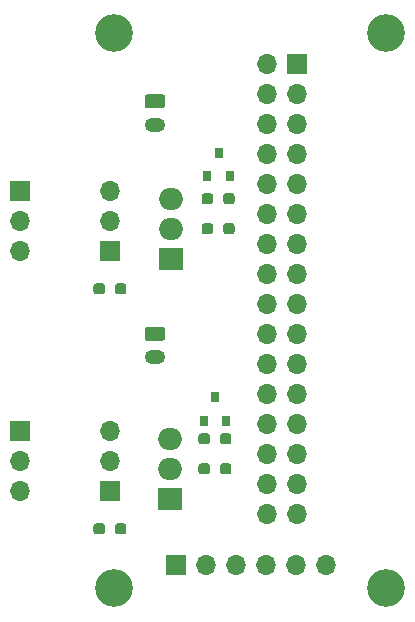
<source format=gbr>
G04 #@! TF.GenerationSoftware,KiCad,Pcbnew,(5.1.9)-1*
G04 #@! TF.CreationDate,2022-07-29T13:53:29-06:00*
G04 #@! TF.ProjectId,ABSIS_ALE_Relay_Module,41425349-535f-4414-9c45-5f52656c6179,1*
G04 #@! TF.SameCoordinates,Original*
G04 #@! TF.FileFunction,Soldermask,Top*
G04 #@! TF.FilePolarity,Negative*
%FSLAX46Y46*%
G04 Gerber Fmt 4.6, Leading zero omitted, Abs format (unit mm)*
G04 Created by KiCad (PCBNEW (5.1.9)-1) date 2022-07-29 13:53:29*
%MOMM*%
%LPD*%
G01*
G04 APERTURE LIST*
%ADD10O,1.700000X1.700000*%
%ADD11R,1.700000X1.700000*%
%ADD12O,2.000000X1.905000*%
%ADD13R,2.000000X1.905000*%
%ADD14R,0.800000X0.900000*%
%ADD15O,1.750000X1.200000*%
%ADD16C,3.200000*%
G04 APERTURE END LIST*
D10*
X124815000Y-104605000D03*
X124815000Y-102065000D03*
D11*
X124815000Y-99525000D03*
D10*
X124815000Y-84285000D03*
X124815000Y-81745000D03*
D11*
X124815000Y-79205000D03*
G36*
G01*
X132860000Y-108017500D02*
X132860000Y-107542500D01*
G75*
G02*
X133097500Y-107305000I237500J0D01*
G01*
X133597500Y-107305000D01*
G75*
G02*
X133835000Y-107542500I0J-237500D01*
G01*
X133835000Y-108017500D01*
G75*
G02*
X133597500Y-108255000I-237500J0D01*
G01*
X133097500Y-108255000D01*
G75*
G02*
X132860000Y-108017500I0J237500D01*
G01*
G37*
G36*
G01*
X131035000Y-108017500D02*
X131035000Y-107542500D01*
G75*
G02*
X131272500Y-107305000I237500J0D01*
G01*
X131772500Y-107305000D01*
G75*
G02*
X132010000Y-107542500I0J-237500D01*
G01*
X132010000Y-108017500D01*
G75*
G02*
X131772500Y-108255000I-237500J0D01*
G01*
X131272500Y-108255000D01*
G75*
G02*
X131035000Y-108017500I0J237500D01*
G01*
G37*
G36*
G01*
X140900000Y-102462500D02*
X140900000Y-102937500D01*
G75*
G02*
X140662500Y-103175000I-237500J0D01*
G01*
X140162500Y-103175000D01*
G75*
G02*
X139925000Y-102937500I0J237500D01*
G01*
X139925000Y-102462500D01*
G75*
G02*
X140162500Y-102225000I237500J0D01*
G01*
X140662500Y-102225000D01*
G75*
G02*
X140900000Y-102462500I0J-237500D01*
G01*
G37*
G36*
G01*
X142725000Y-102462500D02*
X142725000Y-102937500D01*
G75*
G02*
X142487500Y-103175000I-237500J0D01*
G01*
X141987500Y-103175000D01*
G75*
G02*
X141750000Y-102937500I0J237500D01*
G01*
X141750000Y-102462500D01*
G75*
G02*
X141987500Y-102225000I237500J0D01*
G01*
X142487500Y-102225000D01*
G75*
G02*
X142725000Y-102462500I0J-237500D01*
G01*
G37*
G36*
G01*
X141750000Y-100397500D02*
X141750000Y-99922500D01*
G75*
G02*
X141987500Y-99685000I237500J0D01*
G01*
X142487500Y-99685000D01*
G75*
G02*
X142725000Y-99922500I0J-237500D01*
G01*
X142725000Y-100397500D01*
G75*
G02*
X142487500Y-100635000I-237500J0D01*
G01*
X141987500Y-100635000D01*
G75*
G02*
X141750000Y-100397500I0J237500D01*
G01*
G37*
G36*
G01*
X139925000Y-100397500D02*
X139925000Y-99922500D01*
G75*
G02*
X140162500Y-99685000I237500J0D01*
G01*
X140662500Y-99685000D01*
G75*
G02*
X140900000Y-99922500I0J-237500D01*
G01*
X140900000Y-100397500D01*
G75*
G02*
X140662500Y-100635000I-237500J0D01*
G01*
X140162500Y-100635000D01*
G75*
G02*
X139925000Y-100397500I0J237500D01*
G01*
G37*
G36*
G01*
X132860000Y-87697500D02*
X132860000Y-87222500D01*
G75*
G02*
X133097500Y-86985000I237500J0D01*
G01*
X133597500Y-86985000D01*
G75*
G02*
X133835000Y-87222500I0J-237500D01*
G01*
X133835000Y-87697500D01*
G75*
G02*
X133597500Y-87935000I-237500J0D01*
G01*
X133097500Y-87935000D01*
G75*
G02*
X132860000Y-87697500I0J237500D01*
G01*
G37*
G36*
G01*
X131035000Y-87697500D02*
X131035000Y-87222500D01*
G75*
G02*
X131272500Y-86985000I237500J0D01*
G01*
X131772500Y-86985000D01*
G75*
G02*
X132010000Y-87222500I0J-237500D01*
G01*
X132010000Y-87697500D01*
G75*
G02*
X131772500Y-87935000I-237500J0D01*
G01*
X131272500Y-87935000D01*
G75*
G02*
X131035000Y-87697500I0J237500D01*
G01*
G37*
G36*
G01*
X142027500Y-80077500D02*
X142027500Y-79602500D01*
G75*
G02*
X142265000Y-79365000I237500J0D01*
G01*
X142765000Y-79365000D01*
G75*
G02*
X143002500Y-79602500I0J-237500D01*
G01*
X143002500Y-80077500D01*
G75*
G02*
X142765000Y-80315000I-237500J0D01*
G01*
X142265000Y-80315000D01*
G75*
G02*
X142027500Y-80077500I0J237500D01*
G01*
G37*
G36*
G01*
X140202500Y-80077500D02*
X140202500Y-79602500D01*
G75*
G02*
X140440000Y-79365000I237500J0D01*
G01*
X140940000Y-79365000D01*
G75*
G02*
X141177500Y-79602500I0J-237500D01*
G01*
X141177500Y-80077500D01*
G75*
G02*
X140940000Y-80315000I-237500J0D01*
G01*
X140440000Y-80315000D01*
G75*
G02*
X140202500Y-80077500I0J237500D01*
G01*
G37*
G36*
G01*
X142027500Y-82617500D02*
X142027500Y-82142500D01*
G75*
G02*
X142265000Y-81905000I237500J0D01*
G01*
X142765000Y-81905000D01*
G75*
G02*
X143002500Y-82142500I0J-237500D01*
G01*
X143002500Y-82617500D01*
G75*
G02*
X142765000Y-82855000I-237500J0D01*
G01*
X142265000Y-82855000D01*
G75*
G02*
X142027500Y-82617500I0J237500D01*
G01*
G37*
G36*
G01*
X140202500Y-82617500D02*
X140202500Y-82142500D01*
G75*
G02*
X140440000Y-81905000I237500J0D01*
G01*
X140940000Y-81905000D01*
G75*
G02*
X141177500Y-82142500I0J-237500D01*
G01*
X141177500Y-82617500D01*
G75*
G02*
X140940000Y-82855000I-237500J0D01*
G01*
X140440000Y-82855000D01*
G75*
G02*
X140202500Y-82617500I0J237500D01*
G01*
G37*
D12*
X137515000Y-100160000D03*
X137515000Y-102700000D03*
D13*
X137515000Y-105240000D03*
D14*
X141325000Y-96620000D03*
X142275000Y-98620000D03*
X140375000Y-98620000D03*
X141640000Y-75935000D03*
X142590000Y-77935000D03*
X140690000Y-77935000D03*
D12*
X137642000Y-79840000D03*
X137642000Y-82380000D03*
D13*
X137642000Y-84920000D03*
D10*
X132435000Y-99525000D03*
X132435000Y-102065000D03*
D11*
X132435000Y-104605000D03*
D10*
X132435000Y-79205000D03*
X132435000Y-81745000D03*
D11*
X132435000Y-84285000D03*
D15*
X136245000Y-93270000D03*
G36*
G01*
X135619999Y-90670000D02*
X136870001Y-90670000D01*
G75*
G02*
X137120000Y-90919999I0J-249999D01*
G01*
X137120000Y-91620001D01*
G75*
G02*
X136870001Y-91870000I-249999J0D01*
G01*
X135619999Y-91870000D01*
G75*
G02*
X135370000Y-91620001I0J249999D01*
G01*
X135370000Y-90919999D01*
G75*
G02*
X135619999Y-90670000I249999J0D01*
G01*
G37*
X136245000Y-73585000D03*
G36*
G01*
X135619999Y-70985000D02*
X136870001Y-70985000D01*
G75*
G02*
X137120000Y-71234999I0J-249999D01*
G01*
X137120000Y-71935001D01*
G75*
G02*
X136870001Y-72185000I-249999J0D01*
G01*
X135619999Y-72185000D01*
G75*
G02*
X135370000Y-71935001I0J249999D01*
G01*
X135370000Y-71234999D01*
G75*
G02*
X135619999Y-70985000I249999J0D01*
G01*
G37*
D10*
X150710000Y-110810000D03*
X148170000Y-110810000D03*
X145630000Y-110810000D03*
X143090000Y-110810000D03*
X140550000Y-110810000D03*
D11*
X138010000Y-110810000D03*
D10*
X145770000Y-106510000D03*
X148310000Y-106510000D03*
X145770000Y-103970000D03*
X148310000Y-103970000D03*
X145770000Y-101430000D03*
X148310000Y-101430000D03*
X145770000Y-98890000D03*
X148310000Y-98890000D03*
X145770000Y-96350000D03*
X148310000Y-96350000D03*
X145770000Y-93810000D03*
X148310000Y-93810000D03*
X145770000Y-91270000D03*
X148310000Y-91270000D03*
X145770000Y-88730000D03*
X148310000Y-88730000D03*
X145770000Y-86190000D03*
X148310000Y-86190000D03*
X145770000Y-83650000D03*
X148310000Y-83650000D03*
X145770000Y-81110000D03*
X148310000Y-81110000D03*
X145770000Y-78570000D03*
X148310000Y-78570000D03*
X145770000Y-76030000D03*
X148310000Y-76030000D03*
X145770000Y-73490000D03*
X148310000Y-73490000D03*
X145770000Y-70950000D03*
X148310000Y-70950000D03*
X145770000Y-68410000D03*
D11*
X148310000Y-68410000D03*
D16*
X155810000Y-112810000D03*
X132810000Y-112810000D03*
X155810000Y-65810000D03*
X132810000Y-65810000D03*
M02*

</source>
